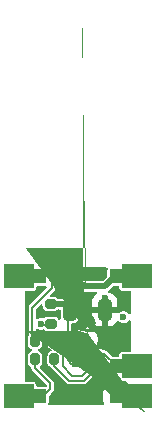
<source format=gbr>
%TF.GenerationSoftware,KiCad,Pcbnew,9.0.1+dfsg-1*%
%TF.CreationDate,2025-05-01T11:03:34+02:00*%
%TF.ProjectId,mems-microphone,6d656d73-2d6d-4696-9372-6f70686f6e65,rev?*%
%TF.SameCoordinates,Original*%
%TF.FileFunction,Copper,L1,Top*%
%TF.FilePolarity,Positive*%
%FSLAX46Y46*%
G04 Gerber Fmt 4.6, Leading zero omitted, Abs format (unit mm)*
G04 Created by KiCad (PCBNEW 9.0.1+dfsg-1) date 2025-05-01 11:03:34*
%MOMM*%
%LPD*%
G01*
G04 APERTURE LIST*
G04 Aperture macros list*
%AMRoundRect*
0 Rectangle with rounded corners*
0 $1 Rounding radius*
0 $2 $3 $4 $5 $6 $7 $8 $9 X,Y pos of 4 corners*
0 Add a 4 corners polygon primitive as box body*
4,1,4,$2,$3,$4,$5,$6,$7,$8,$9,$2,$3,0*
0 Add four circle primitives for the rounded corners*
1,1,$1+$1,$2,$3*
1,1,$1+$1,$4,$5*
1,1,$1+$1,$6,$7*
1,1,$1+$1,$8,$9*
0 Add four rect primitives between the rounded corners*
20,1,$1+$1,$2,$3,$4,$5,0*
20,1,$1+$1,$4,$5,$6,$7,0*
20,1,$1+$1,$6,$7,$8,$9,0*
20,1,$1+$1,$8,$9,$2,$3,0*%
%AMFreePoly0*
4,1,64,0.235856,1.440014,0.383010,1.379061,0.515445,1.290571,0.628071,1.177945,0.716561,1.045510,0.777514,0.898356,0.808588,0.742139,0.808588,0.582861,0.777514,0.426644,0.716561,0.279490,0.628071,0.147055,0.515445,0.034429,0.383010,-0.054061,0.235856,-0.115014,0.079639,-0.146088,0.031751,-0.146088,0.029264,-0.147118,-0.029264,-0.147118,-0.031751,-0.146088,-0.079639,-0.146088,
-0.235856,-0.115014,-0.383010,-0.054061,-0.515445,0.034429,-0.628071,0.147055,-0.716561,0.279490,-0.777514,0.426644,-0.808588,0.582861,-0.808588,0.729972,-0.512500,0.729972,-0.512500,0.595028,-0.477574,0.464683,-0.410102,0.347818,-0.314682,0.252398,-0.197817,0.184926,-0.067472,0.150000,0.067472,0.150000,0.197817,0.184926,0.314682,0.252398,0.410102,0.347818,0.477574,0.464683,
0.512500,0.595028,0.512500,0.729972,0.477574,0.860317,0.410102,0.977182,0.314682,1.072602,0.197817,1.140074,0.067472,1.175000,-0.067472,1.175000,-0.197817,1.140074,-0.314682,1.072602,-0.410102,0.977182,-0.477574,0.860317,-0.512500,0.729972,-0.808588,0.729972,-0.808588,0.742139,-0.777514,0.898356,-0.716561,1.045510,-0.628071,1.177945,-0.515445,1.290571,-0.383010,1.379061,
-0.235856,1.440014,-0.079639,1.471088,0.079639,1.471088,0.235856,1.440014,0.235856,1.440014,$1*%
G04 Aperture macros list end*
%TA.AperFunction,SMDPad,CuDef*%
%ADD10R,0.725000X0.522000*%
%TD*%
%TA.AperFunction,SMDPad,CuDef*%
%ADD11FreePoly0,180.000000*%
%TD*%
%TA.AperFunction,SMDPad,CuDef*%
%ADD12RoundRect,0.200000X0.275000X-0.200000X0.275000X0.200000X-0.275000X0.200000X-0.275000X-0.200000X0*%
%TD*%
%TA.AperFunction,SMDPad,CuDef*%
%ADD13RoundRect,0.200000X-0.200000X-0.275000X0.200000X-0.275000X0.200000X0.275000X-0.200000X0.275000X0*%
%TD*%
%TA.AperFunction,SMDPad,CuDef*%
%ADD14RoundRect,0.250000X-0.325000X-0.650000X0.325000X-0.650000X0.325000X0.650000X-0.325000X0.650000X0*%
%TD*%
%TA.AperFunction,SMDPad,CuDef*%
%ADD15RoundRect,0.200000X0.200000X0.275000X-0.200000X0.275000X-0.200000X-0.275000X0.200000X-0.275000X0*%
%TD*%
%TA.AperFunction,CastellatedPad*%
%ADD16R,2.540000X2.000000*%
%TD*%
%TA.AperFunction,ComponentPad*%
%ADD17RoundRect,0.250000X-0.375000X-0.375000X0.375000X-0.375000X0.375000X0.375000X-0.375000X0.375000X0*%
%TD*%
%TA.AperFunction,ViaPad*%
%ADD18C,0.600000*%
%TD*%
%TA.AperFunction,Conductor*%
%ADD19C,0.200000*%
%TD*%
%TA.AperFunction,Conductor*%
%ADD20C,0.500000*%
%TD*%
G04 APERTURE END LIST*
D10*
%TO.P,MK1,1,DATA*%
%TO.N,Net-(MK1-DATA)*%
X63470000Y-49936500D03*
%TO.P,MK1,2,SEL*%
%TO.N,LR_SELECT*%
X63470000Y-49114500D03*
D11*
%TO.P,MK1,3,GND*%
%TO.N,GND*%
X62632500Y-47200000D03*
D10*
%TO.P,MK1,4,CLOCK*%
%TO.N,Net-(MK1-CLOCK)*%
X61795000Y-49114500D03*
%TO.P,MK1,5,VDD*%
%TO.N,VCC*%
X61795000Y-49936500D03*
%TD*%
D12*
%TO.P,R3,1*%
%TO.N,LR_SELECT*%
X59650000Y-46545000D03*
%TO.P,R3,2*%
%TO.N,VCC*%
X59650000Y-44895000D03*
%TD*%
D13*
%TO.P,R1,1*%
%TO.N,DATA*%
X58325000Y-49560000D03*
%TO.P,R1,2*%
%TO.N,Net-(MK1-DATA)*%
X59975000Y-49560000D03*
%TD*%
D14*
%TO.P,C1,1*%
%TO.N,VCC*%
X61275000Y-45380000D03*
%TO.P,C1,2*%
%TO.N,GND*%
X64225000Y-45380000D03*
%TD*%
D15*
%TO.P,R2,1*%
%TO.N,Net-(MK1-CLOCK)*%
X59985000Y-48010000D03*
%TO.P,R2,2*%
%TO.N,CLOCK*%
X58335000Y-48010000D03*
%TD*%
D16*
%TO.P,M1,1,VCC*%
%TO.N,VCC*%
X66950000Y-42545000D03*
D17*
X65250000Y-42545000D03*
D16*
%TO.P,M1,4*%
%TO.N,LR_SELECT*%
X66950000Y-50165000D03*
D17*
X65250000Y-50165000D03*
D16*
%TO.P,M1,5,GND*%
%TO.N,GND*%
X66950000Y-52705000D03*
D17*
X65250000Y-52705000D03*
%TO.P,M1,6*%
%TO.N,CLOCK*%
X58650000Y-42545000D03*
D16*
X56950000Y-42545000D03*
D17*
%TO.P,M1,10*%
%TO.N,DATA*%
X58650000Y-52705000D03*
D16*
X56950000Y-52705000D03*
%TD*%
D18*
%TO.N,*%
X65820000Y-45990000D03*
%TO.N,GND*%
X64220000Y-44360000D03*
X58700000Y-45570000D03*
X57880000Y-51100000D03*
X58220000Y-44080000D03*
X65330000Y-44010000D03*
X65240000Y-48630000D03*
X64140000Y-51140000D03*
X60500000Y-43270000D03*
X63860000Y-47200000D03*
%TO.N,LR_SELECT*%
X58840000Y-46560000D03*
%TD*%
D19*
%TO.N,DATA*%
X58325000Y-49560000D02*
X58325000Y-50295000D01*
X59630000Y-52090000D02*
X59015000Y-52705000D01*
X58325000Y-50295000D02*
X59630000Y-51600000D01*
X59015000Y-52705000D02*
X58650000Y-52705000D01*
X59630000Y-51600000D02*
X59630000Y-52090000D01*
D20*
%TO.N,VCC*%
X65250000Y-42545000D02*
X65095000Y-42545000D01*
D19*
X61100000Y-49620000D02*
X61100000Y-45555000D01*
D20*
X60790000Y-44895000D02*
X61275000Y-45380000D01*
X61275000Y-43945000D02*
X61275000Y-45380000D01*
D19*
X61100000Y-45555000D02*
X61275000Y-45380000D01*
X61416500Y-49936500D02*
X61100000Y-49620000D01*
D20*
X59650000Y-44895000D02*
X60790000Y-44895000D01*
D19*
X61795000Y-49936500D02*
X61416500Y-49936500D01*
D20*
X65095000Y-42545000D02*
X64250000Y-43390000D01*
X61830000Y-43390000D02*
X61275000Y-43945000D01*
X64250000Y-43390000D02*
X61830000Y-43390000D01*
%TO.N,GND*%
X64225000Y-45380000D02*
X64225000Y-44365000D01*
X64225000Y-44365000D02*
X64220000Y-44360000D01*
D19*
X62632500Y-47200000D02*
X63860000Y-47200000D01*
%TO.N,LR_SELECT*%
X66115000Y-49575000D02*
X67000000Y-50460000D01*
X64199500Y-49114500D02*
X65250000Y-50165000D01*
X58840000Y-46560000D02*
X58960000Y-46680000D01*
X59170000Y-46680000D02*
X59300000Y-46550000D01*
X58960000Y-46680000D02*
X59170000Y-46680000D01*
X63470000Y-49114500D02*
X64199500Y-49114500D01*
X59645000Y-46550000D02*
X59650000Y-46545000D01*
X67000000Y-50460000D02*
X66670000Y-50460000D01*
X59300000Y-46550000D02*
X59645000Y-46550000D01*
%TO.N,CLOCK*%
X58650000Y-42545000D02*
X59305000Y-42545000D01*
X59760000Y-43000000D02*
X59760000Y-43510000D01*
X58080000Y-47755000D02*
X58335000Y-48010000D01*
X59760000Y-43510000D02*
X58080000Y-45190000D01*
X59305000Y-42545000D02*
X59760000Y-43000000D01*
X58080000Y-45190000D02*
X58080000Y-47755000D01*
%TO.N,Net-(MK1-CLOCK)*%
X62280000Y-50970000D02*
X61480000Y-50970000D01*
X62204500Y-49114500D02*
X62630000Y-49540000D01*
X61795000Y-49114500D02*
X62204500Y-49114500D01*
X62630000Y-50620000D02*
X62280000Y-50970000D01*
X60675000Y-48700000D02*
X59985000Y-48010000D01*
X61480000Y-50970000D02*
X60675000Y-50165000D01*
X60675000Y-50165000D02*
X60675000Y-48700000D01*
X62630000Y-49540000D02*
X62630000Y-50620000D01*
%TO.N,Net-(MK1-DATA)*%
X62445685Y-51370000D02*
X63470000Y-50345685D01*
X59975000Y-49560000D02*
X59975000Y-50125000D01*
X61220000Y-51370000D02*
X62445685Y-51370000D01*
X63470000Y-50345685D02*
X63470000Y-49936500D01*
X59975000Y-50125000D02*
X61220000Y-51370000D01*
%TD*%
%TA.AperFunction,Conductor*%
%TO.N,GND*%
G36*
X58566500Y-46980022D02*
G01*
X58572258Y-46983347D01*
X58646808Y-47026389D01*
X58646809Y-47026389D01*
X58646814Y-47026392D01*
X58774108Y-47060500D01*
X58774110Y-47060500D01*
X58905889Y-47060500D01*
X58905892Y-47060500D01*
X59008844Y-47032914D01*
X59078690Y-47034577D01*
X59128615Y-47065008D01*
X59136652Y-47073045D01*
X59136654Y-47073046D01*
X59136658Y-47073050D01*
X59249696Y-47130646D01*
X59249698Y-47130647D01*
X59343475Y-47145499D01*
X59343481Y-47145500D01*
X59543287Y-47145499D01*
X59610325Y-47165183D01*
X59656080Y-47217987D01*
X59666024Y-47287145D01*
X59636999Y-47350701D01*
X59599582Y-47379983D01*
X59546659Y-47406949D01*
X59546652Y-47406954D01*
X59456954Y-47496652D01*
X59456951Y-47496657D01*
X59399352Y-47609698D01*
X59384500Y-47703475D01*
X59384500Y-48316517D01*
X59391585Y-48361250D01*
X59399354Y-48410304D01*
X59456950Y-48523342D01*
X59456952Y-48523344D01*
X59456954Y-48523347D01*
X59546652Y-48613045D01*
X59546656Y-48613048D01*
X59546658Y-48613050D01*
X59659696Y-48670646D01*
X59659698Y-48670646D01*
X59663152Y-48672406D01*
X59713948Y-48720381D01*
X59730743Y-48788202D01*
X59708206Y-48854336D01*
X59658019Y-48894192D01*
X59658392Y-48894924D01*
X59654779Y-48896764D01*
X59653491Y-48897788D01*
X59650953Y-48898714D01*
X59649697Y-48899353D01*
X59649696Y-48899354D01*
X59536658Y-48956950D01*
X59536657Y-48956951D01*
X59536652Y-48956954D01*
X59446954Y-49046652D01*
X59446951Y-49046657D01*
X59389352Y-49159698D01*
X59374500Y-49253475D01*
X59374500Y-49866517D01*
X59385292Y-49934657D01*
X59389354Y-49960304D01*
X59446950Y-50073342D01*
X59446952Y-50073344D01*
X59446954Y-50073347D01*
X59536652Y-50163045D01*
X59536654Y-50163046D01*
X59536658Y-50163050D01*
X59649696Y-50220646D01*
X59649698Y-50220646D01*
X59658392Y-50225076D01*
X59657278Y-50227260D01*
X59668456Y-50234904D01*
X59692947Y-50247526D01*
X59699970Y-50256455D01*
X59703386Y-50258791D01*
X59714768Y-50275266D01*
X59714771Y-50275272D01*
X59714773Y-50275274D01*
X59718069Y-50280982D01*
X59718068Y-50280982D01*
X59718071Y-50280986D01*
X59718073Y-50280989D01*
X59734540Y-50309511D01*
X60979540Y-51554511D01*
X61035489Y-51610460D01*
X61035491Y-51610461D01*
X61035495Y-51610464D01*
X61096426Y-51645642D01*
X61104011Y-51650021D01*
X61180438Y-51670500D01*
X61180440Y-51670500D01*
X62485245Y-51670500D01*
X62485247Y-51670500D01*
X62561674Y-51650021D01*
X62630196Y-51610460D01*
X62686145Y-51554511D01*
X63710460Y-50530196D01*
X63728146Y-50499562D01*
X63730475Y-50495529D01*
X63739721Y-50479513D01*
X63750021Y-50461674D01*
X63750021Y-50461671D01*
X63750988Y-50459998D01*
X63801554Y-50411782D01*
X63846229Y-50398592D01*
X63852239Y-50398000D01*
X63852248Y-50398000D01*
X63852257Y-50397998D01*
X63852259Y-50397998D01*
X63910729Y-50386368D01*
X63910729Y-50386367D01*
X63910731Y-50386367D01*
X63977052Y-50342052D01*
X64021367Y-50275731D01*
X64021367Y-50275729D01*
X64021368Y-50275729D01*
X64032999Y-50217252D01*
X64033000Y-50217250D01*
X64033000Y-49672333D01*
X64039238Y-49651087D01*
X64040818Y-49628999D01*
X64048890Y-49618215D01*
X64052685Y-49605294D01*
X64069418Y-49590794D01*
X64082690Y-49573066D01*
X64095310Y-49568358D01*
X64105489Y-49559539D01*
X64127406Y-49556387D01*
X64148154Y-49548649D01*
X64161314Y-49551511D01*
X64174647Y-49549595D01*
X64194790Y-49558794D01*
X64216427Y-49563501D01*
X64234152Y-49576769D01*
X64238203Y-49578620D01*
X64244681Y-49584652D01*
X64388181Y-49728152D01*
X64421666Y-49789475D01*
X64424500Y-49815833D01*
X64424500Y-50594269D01*
X64427353Y-50624699D01*
X64427353Y-50624701D01*
X64472206Y-50752880D01*
X64472207Y-50752882D01*
X64552850Y-50862150D01*
X64662118Y-50942793D01*
X64704845Y-50957744D01*
X64790299Y-50987646D01*
X64820730Y-50990500D01*
X64820734Y-50990500D01*
X65355500Y-50990500D01*
X65422539Y-51010185D01*
X65468294Y-51062989D01*
X65476451Y-51087169D01*
X65479500Y-51100662D01*
X65479500Y-51184748D01*
X65491133Y-51243231D01*
X65522232Y-51289773D01*
X65527302Y-51312209D01*
X65526711Y-51321511D01*
X65564886Y-51329816D01*
X65574341Y-51335540D01*
X65601769Y-51353867D01*
X65601771Y-51353867D01*
X65601772Y-51353868D01*
X65601770Y-51353868D01*
X65660247Y-51365499D01*
X65660250Y-51365500D01*
X65660252Y-51365500D01*
X65912690Y-51365500D01*
X65979729Y-51385185D01*
X66000371Y-51401819D01*
X66413181Y-51814629D01*
X66446666Y-51875952D01*
X66449500Y-51902310D01*
X66449500Y-51996966D01*
X66344742Y-52040359D01*
X66221903Y-52122437D01*
X66117894Y-52226445D01*
X65417778Y-51526329D01*
X65384293Y-51465006D01*
X65384661Y-51459858D01*
X65370053Y-51453500D01*
X65347800Y-51448846D01*
X65338630Y-51439822D01*
X65326834Y-51434688D01*
X65318670Y-51427221D01*
X65287041Y-51395592D01*
X65236647Y-51462910D01*
X65223061Y-51499335D01*
X65181189Y-51555268D01*
X65115724Y-51579684D01*
X65106880Y-51580000D01*
X64825029Y-51580000D01*
X64825012Y-51580001D01*
X64722302Y-51590494D01*
X64555878Y-51645642D01*
X64555873Y-51645644D01*
X64548651Y-51650098D01*
X64548650Y-51650099D01*
X65228551Y-52330000D01*
X65200630Y-52330000D01*
X65105255Y-52355556D01*
X65019745Y-52404925D01*
X64949925Y-52474745D01*
X64900556Y-52560255D01*
X64875000Y-52655630D01*
X64875000Y-52683551D01*
X64195099Y-52003650D01*
X64195098Y-52003651D01*
X64190644Y-52010873D01*
X64190642Y-52010877D01*
X64135494Y-52177302D01*
X64135493Y-52177309D01*
X64125000Y-52280013D01*
X64125000Y-53129971D01*
X64125001Y-53129987D01*
X64135493Y-53232695D01*
X64161606Y-53311495D01*
X64164008Y-53381324D01*
X64128277Y-53441366D01*
X64065756Y-53472559D01*
X64043900Y-53474500D01*
X59537594Y-53474500D01*
X59470555Y-53454815D01*
X59424800Y-53402011D01*
X59414856Y-53332853D01*
X59424975Y-53301740D01*
X59424724Y-53301652D01*
X59472646Y-53164701D01*
X59472646Y-53164699D01*
X59475500Y-53134269D01*
X59475500Y-52720833D01*
X59495185Y-52653794D01*
X59511819Y-52633152D01*
X59670226Y-52474745D01*
X59870460Y-52274511D01*
X59902427Y-52219142D01*
X59910021Y-52205989D01*
X59930500Y-52129562D01*
X59930500Y-51560438D01*
X59928912Y-51554511D01*
X59910022Y-51484012D01*
X59870460Y-51415489D01*
X58778362Y-50323391D01*
X58744877Y-50262068D01*
X58749861Y-50192376D01*
X58778361Y-50148030D01*
X58853050Y-50073342D01*
X58910646Y-49960304D01*
X58910646Y-49960302D01*
X58910647Y-49960301D01*
X58925499Y-49866524D01*
X58925500Y-49866519D01*
X58925499Y-49253482D01*
X58910646Y-49159696D01*
X58853050Y-49046658D01*
X58853046Y-49046654D01*
X58853045Y-49046652D01*
X58763347Y-48956954D01*
X58763344Y-48956952D01*
X58763342Y-48956950D01*
X58650304Y-48899354D01*
X58650302Y-48899353D01*
X58646847Y-48897593D01*
X58596051Y-48849618D01*
X58579256Y-48781797D01*
X58601794Y-48715662D01*
X58651980Y-48675807D01*
X58651608Y-48675076D01*
X58655216Y-48673237D01*
X58656509Y-48672211D01*
X58659052Y-48671282D01*
X58660298Y-48670646D01*
X58660304Y-48670646D01*
X58773342Y-48613050D01*
X58863050Y-48523342D01*
X58920646Y-48410304D01*
X58920646Y-48410302D01*
X58920647Y-48410301D01*
X58935499Y-48316524D01*
X58935500Y-48316519D01*
X58935499Y-47703482D01*
X58920646Y-47609696D01*
X58863050Y-47496658D01*
X58863046Y-47496654D01*
X58863045Y-47496652D01*
X58773347Y-47406954D01*
X58773344Y-47406952D01*
X58773342Y-47406950D01*
X58662948Y-47350701D01*
X58660301Y-47349352D01*
X58566524Y-47334500D01*
X58566519Y-47334500D01*
X58504500Y-47334500D01*
X58495814Y-47331949D01*
X58486853Y-47333238D01*
X58462812Y-47322259D01*
X58437461Y-47314815D01*
X58431533Y-47307974D01*
X58423297Y-47304213D01*
X58409007Y-47281978D01*
X58391706Y-47262011D01*
X58389418Y-47251496D01*
X58385523Y-47245435D01*
X58380500Y-47210500D01*
X58380500Y-47087409D01*
X58400185Y-47020370D01*
X58452989Y-46974615D01*
X58522147Y-46964671D01*
X58566500Y-46980022D01*
G37*
%TD.AperFunction*%
%TA.AperFunction,Conductor*%
G36*
X59292905Y-43380335D02*
G01*
X59325133Y-43442328D01*
X59318729Y-43511904D01*
X59291136Y-43553892D01*
X57895489Y-44949540D01*
X57839541Y-45005487D01*
X57839535Y-45005495D01*
X57799982Y-45074004D01*
X57799979Y-45074009D01*
X57786326Y-45124962D01*
X57784977Y-45130000D01*
X57779500Y-45150439D01*
X57779500Y-47520761D01*
X57765986Y-47577054D01*
X57749352Y-47609699D01*
X57734500Y-47703475D01*
X57734500Y-48316517D01*
X57741585Y-48361250D01*
X57749354Y-48410304D01*
X57806950Y-48523342D01*
X57806952Y-48523344D01*
X57806954Y-48523347D01*
X57896652Y-48613045D01*
X57896656Y-48613048D01*
X57896658Y-48613050D01*
X58009696Y-48670646D01*
X58009698Y-48670646D01*
X58013152Y-48672406D01*
X58063948Y-48720381D01*
X58080743Y-48788202D01*
X58058206Y-48854336D01*
X58008019Y-48894192D01*
X58008392Y-48894924D01*
X58004779Y-48896764D01*
X58003491Y-48897788D01*
X58000953Y-48898714D01*
X57999697Y-48899353D01*
X57999696Y-48899354D01*
X57886658Y-48956950D01*
X57886657Y-48956951D01*
X57886652Y-48956954D01*
X57796954Y-49046652D01*
X57796951Y-49046657D01*
X57739352Y-49159698D01*
X57724500Y-49253475D01*
X57724500Y-49866517D01*
X57735292Y-49934657D01*
X57739354Y-49960304D01*
X57796950Y-50073342D01*
X57796952Y-50073344D01*
X57796954Y-50073347D01*
X57886652Y-50163045D01*
X57886654Y-50163046D01*
X57886658Y-50163050D01*
X57956796Y-50198787D01*
X58007591Y-50246761D01*
X58024500Y-50309271D01*
X58024500Y-50334562D01*
X58038152Y-50385513D01*
X58044979Y-50410990D01*
X58044980Y-50410991D01*
X58071448Y-50456835D01*
X58084540Y-50479511D01*
X58084542Y-50479513D01*
X59293181Y-51688152D01*
X59307884Y-51715079D01*
X59324477Y-51740898D01*
X59325368Y-51747098D01*
X59326666Y-51749475D01*
X59329500Y-51775833D01*
X59329500Y-51784503D01*
X59309815Y-51851542D01*
X59257011Y-51897297D01*
X59187853Y-51907241D01*
X59164546Y-51901545D01*
X59109697Y-51882353D01*
X59109699Y-51882353D01*
X59079270Y-51879500D01*
X59079266Y-51879500D01*
X58544500Y-51879500D01*
X58477461Y-51859815D01*
X58431706Y-51807011D01*
X58420500Y-51755500D01*
X58420500Y-51685249D01*
X58420499Y-51685247D01*
X58408868Y-51626770D01*
X58408867Y-51626769D01*
X58364552Y-51560447D01*
X58298230Y-51516132D01*
X58298229Y-51516131D01*
X58239752Y-51504500D01*
X58239748Y-51504500D01*
X57574500Y-51504500D01*
X57507461Y-51484815D01*
X57461706Y-51432011D01*
X57450500Y-51380500D01*
X57450500Y-43869500D01*
X57470185Y-43802461D01*
X57522989Y-43756706D01*
X57574500Y-43745500D01*
X58239750Y-43745500D01*
X58239751Y-43745499D01*
X58254568Y-43742552D01*
X58298229Y-43733868D01*
X58298229Y-43733867D01*
X58298231Y-43733867D01*
X58364552Y-43689552D01*
X58408867Y-43623231D01*
X58408867Y-43623229D01*
X58408868Y-43623229D01*
X58420499Y-43564752D01*
X58420500Y-43564750D01*
X58420500Y-43494500D01*
X58440185Y-43427461D01*
X58492989Y-43381706D01*
X58544500Y-43370500D01*
X59079270Y-43370500D01*
X59103612Y-43368216D01*
X59109699Y-43367646D01*
X59162500Y-43349169D01*
X59232277Y-43345607D01*
X59292905Y-43380335D01*
G37*
%TD.AperFunction*%
%TA.AperFunction,Conductor*%
G36*
X65422539Y-43390185D02*
G01*
X65468294Y-43442989D01*
X65479500Y-43494500D01*
X65479500Y-43564752D01*
X65491131Y-43623229D01*
X65491132Y-43623230D01*
X65535447Y-43689552D01*
X65601769Y-43733867D01*
X65601770Y-43733868D01*
X65660247Y-43745499D01*
X65660250Y-43745500D01*
X65660252Y-43745500D01*
X66325500Y-43745500D01*
X66392539Y-43765185D01*
X66438294Y-43817989D01*
X66449500Y-43869500D01*
X66449500Y-45616551D01*
X66429815Y-45683590D01*
X66377011Y-45729345D01*
X66307853Y-45739289D01*
X66244297Y-45710264D01*
X66226306Y-45688476D01*
X66225448Y-45689135D01*
X66220502Y-45682689D01*
X66220500Y-45682686D01*
X66127314Y-45589500D01*
X66070250Y-45556554D01*
X66013187Y-45523608D01*
X65949539Y-45506554D01*
X65885892Y-45489500D01*
X65754108Y-45489500D01*
X65626812Y-45523608D01*
X65512686Y-45589500D01*
X65512683Y-45589502D01*
X65473774Y-45628412D01*
X65412451Y-45661897D01*
X65342759Y-45656913D01*
X65300883Y-45630000D01*
X64475000Y-45630000D01*
X64475000Y-46779999D01*
X64599972Y-46779999D01*
X64599986Y-46779998D01*
X64702697Y-46769505D01*
X64869119Y-46714358D01*
X64869124Y-46714356D01*
X65018345Y-46622315D01*
X65142315Y-46498345D01*
X65234357Y-46349122D01*
X65234867Y-46348029D01*
X65235416Y-46347404D01*
X65238149Y-46342975D01*
X65238905Y-46343441D01*
X65281037Y-46295587D01*
X65348230Y-46276432D01*
X65415112Y-46296644D01*
X65434933Y-46312747D01*
X65512686Y-46390500D01*
X65595497Y-46438311D01*
X65623746Y-46454621D01*
X65626814Y-46456392D01*
X65754108Y-46490500D01*
X65754110Y-46490500D01*
X65885890Y-46490500D01*
X65885892Y-46490500D01*
X66013186Y-46456392D01*
X66127314Y-46390500D01*
X66220500Y-46297314D01*
X66220504Y-46297306D01*
X66225448Y-46290865D01*
X66227534Y-46292466D01*
X66268674Y-46253235D01*
X66337280Y-46240009D01*
X66402147Y-46265973D01*
X66442678Y-46322885D01*
X66449500Y-46363448D01*
X66449500Y-48840500D01*
X66429815Y-48907539D01*
X66377011Y-48953294D01*
X66325500Y-48964500D01*
X65660247Y-48964500D01*
X65601770Y-48976131D01*
X65601769Y-48976132D01*
X65535447Y-49020447D01*
X65491132Y-49086769D01*
X65491131Y-49086770D01*
X65479500Y-49145247D01*
X65479500Y-49215500D01*
X65459815Y-49282539D01*
X65407011Y-49328294D01*
X65355500Y-49339500D01*
X64900833Y-49339500D01*
X64833794Y-49319815D01*
X64813152Y-49303181D01*
X64384012Y-48874041D01*
X64384004Y-48874035D01*
X64315495Y-48834482D01*
X64315490Y-48834479D01*
X64278139Y-48824471D01*
X64239062Y-48814000D01*
X64239060Y-48814000D01*
X64113526Y-48814000D01*
X64046487Y-48794315D01*
X64010424Y-48758892D01*
X63977051Y-48708946D01*
X63910730Y-48664632D01*
X63910729Y-48664631D01*
X63852252Y-48653000D01*
X63852248Y-48653000D01*
X63560029Y-48653000D01*
X63492990Y-48633315D01*
X63447235Y-48580511D01*
X63437291Y-48511353D01*
X63456927Y-48460109D01*
X63522974Y-48361261D01*
X63522980Y-48361250D01*
X63541922Y-48325813D01*
X63541925Y-48325806D01*
X63603172Y-48177943D01*
X63614832Y-48139506D01*
X63614837Y-48139485D01*
X63646061Y-47982513D01*
X63650000Y-47942523D01*
X63650000Y-47782476D01*
X63646061Y-47742486D01*
X63614837Y-47585514D01*
X63614832Y-47585493D01*
X63603172Y-47547056D01*
X63541925Y-47399193D01*
X63541922Y-47399186D01*
X63522980Y-47363749D01*
X63522974Y-47363738D01*
X63434063Y-47230673D01*
X63434060Y-47230668D01*
X63408562Y-47199599D01*
X63295400Y-47086437D01*
X63264331Y-47060939D01*
X63264326Y-47060936D01*
X63131261Y-46972025D01*
X63131250Y-46972019D01*
X63095813Y-46953077D01*
X63095806Y-46953074D01*
X62947943Y-46891827D01*
X62909506Y-46880167D01*
X62909485Y-46880162D01*
X62752513Y-46848938D01*
X62712523Y-46845000D01*
X62552477Y-46845000D01*
X62512486Y-46848938D01*
X62355514Y-46880162D01*
X62355493Y-46880167D01*
X62317056Y-46891827D01*
X62169193Y-46953074D01*
X62169186Y-46953077D01*
X62133749Y-46972019D01*
X62133738Y-46972025D01*
X62000673Y-47060936D01*
X62000668Y-47060939D01*
X61969599Y-47086437D01*
X61856437Y-47199599D01*
X61830939Y-47230668D01*
X61830936Y-47230673D01*
X61742025Y-47363738D01*
X61742019Y-47363749D01*
X61723077Y-47399186D01*
X61723074Y-47399193D01*
X61661827Y-47547056D01*
X61650167Y-47585493D01*
X61650162Y-47585514D01*
X61646117Y-47605850D01*
X61613732Y-47667761D01*
X61553016Y-47702335D01*
X61483246Y-47698594D01*
X61426575Y-47657728D01*
X61400993Y-47592709D01*
X61400500Y-47581658D01*
X61400500Y-46604500D01*
X61420185Y-46537461D01*
X61472989Y-46491706D01*
X61524500Y-46480500D01*
X61654270Y-46480500D01*
X61684699Y-46477646D01*
X61684701Y-46477646D01*
X61750501Y-46454621D01*
X61812882Y-46432793D01*
X61922150Y-46352150D01*
X62002793Y-46242882D01*
X62033037Y-46156450D01*
X62047646Y-46114701D01*
X62047646Y-46114699D01*
X62050500Y-46084269D01*
X62050500Y-46079986D01*
X63150001Y-46079986D01*
X63160494Y-46182697D01*
X63215641Y-46349119D01*
X63215643Y-46349124D01*
X63307684Y-46498345D01*
X63431654Y-46622315D01*
X63580875Y-46714356D01*
X63580880Y-46714358D01*
X63747302Y-46769505D01*
X63747309Y-46769506D01*
X63850019Y-46779999D01*
X63974999Y-46779999D01*
X63975000Y-46779998D01*
X63975000Y-45630000D01*
X63150001Y-45630000D01*
X63150001Y-46079986D01*
X62050500Y-46079986D01*
X62050500Y-44675730D01*
X62047646Y-44645300D01*
X62047646Y-44645298D01*
X62002793Y-44517119D01*
X62002792Y-44517117D01*
X61922150Y-44407850D01*
X61812882Y-44327207D01*
X61808542Y-44325688D01*
X61789553Y-44312068D01*
X61768297Y-44302361D01*
X61761693Y-44292084D01*
X61751768Y-44284966D01*
X61743157Y-44263242D01*
X61730523Y-44243583D01*
X61727767Y-44224415D01*
X61726022Y-44220013D01*
X61725500Y-44208648D01*
X61725500Y-44182965D01*
X61745185Y-44115926D01*
X61761819Y-44095284D01*
X61980284Y-43876819D01*
X62041607Y-43843334D01*
X62067965Y-43840500D01*
X63476228Y-43840500D01*
X63543267Y-43860185D01*
X63589022Y-43912989D01*
X63598966Y-43982147D01*
X63569941Y-44045703D01*
X63541325Y-44070039D01*
X63431654Y-44137684D01*
X63307684Y-44261654D01*
X63215643Y-44410875D01*
X63215641Y-44410880D01*
X63160494Y-44577302D01*
X63160493Y-44577309D01*
X63150000Y-44680013D01*
X63150000Y-45130000D01*
X65299999Y-45130000D01*
X65299999Y-44680028D01*
X65299998Y-44680013D01*
X65289505Y-44577302D01*
X65234358Y-44410880D01*
X65234356Y-44410875D01*
X65142315Y-44261654D01*
X65018345Y-44137684D01*
X64869124Y-44045643D01*
X64869119Y-44045641D01*
X64702697Y-43990494D01*
X64702690Y-43990493D01*
X64599986Y-43980000D01*
X64591863Y-43980000D01*
X64524824Y-43960315D01*
X64479069Y-43907511D01*
X64469125Y-43838353D01*
X64498150Y-43774797D01*
X64520720Y-43756161D01*
X64520165Y-43755437D01*
X64526606Y-43750493D01*
X64526614Y-43750489D01*
X64870284Y-43406819D01*
X64931607Y-43373334D01*
X64957965Y-43370500D01*
X65355500Y-43370500D01*
X65422539Y-43390185D01*
G37*
%TD.AperFunction*%
%TA.AperFunction,Conductor*%
G36*
X58893833Y-44903649D02*
G01*
X58949767Y-44945520D01*
X58974184Y-45010985D01*
X58974500Y-45019830D01*
X58974500Y-45126517D01*
X58975052Y-45130000D01*
X58989354Y-45220304D01*
X59046950Y-45333342D01*
X59046952Y-45333344D01*
X59046954Y-45333347D01*
X59136652Y-45423045D01*
X59136654Y-45423046D01*
X59136658Y-45423050D01*
X59227821Y-45469500D01*
X59249698Y-45480647D01*
X59343475Y-45495499D01*
X59343481Y-45495500D01*
X59956518Y-45495499D01*
X60050304Y-45480646D01*
X60163342Y-45423050D01*
X60204572Y-45381820D01*
X60231500Y-45367115D01*
X60257319Y-45350523D01*
X60263518Y-45349631D01*
X60265895Y-45348334D01*
X60292254Y-45345500D01*
X60375500Y-45345500D01*
X60442539Y-45365185D01*
X60488294Y-45417989D01*
X60499500Y-45469500D01*
X60499500Y-46073846D01*
X60479815Y-46140885D01*
X60427011Y-46186640D01*
X60357853Y-46196584D01*
X60294297Y-46167559D01*
X60265016Y-46130142D01*
X60257147Y-46114699D01*
X60253050Y-46106658D01*
X60253047Y-46106655D01*
X60253045Y-46106652D01*
X60163347Y-46016954D01*
X60163344Y-46016952D01*
X60163342Y-46016950D01*
X60086517Y-45977805D01*
X60050301Y-45959352D01*
X59956524Y-45944500D01*
X59343482Y-45944500D01*
X59262519Y-45957323D01*
X59249696Y-45959354D01*
X59193177Y-45988152D01*
X59136657Y-46016950D01*
X59104953Y-46048654D01*
X59043629Y-46082137D01*
X58985181Y-46080745D01*
X58949307Y-46071133D01*
X58905892Y-46059500D01*
X58774108Y-46059500D01*
X58646814Y-46093608D01*
X58646813Y-46093608D01*
X58646811Y-46093609D01*
X58646810Y-46093609D01*
X58566500Y-46139977D01*
X58498600Y-46156450D01*
X58432573Y-46133598D01*
X58389382Y-46078676D01*
X58380500Y-46032590D01*
X58380500Y-45365832D01*
X58400185Y-45298793D01*
X58416815Y-45278155D01*
X58762821Y-44932148D01*
X58824142Y-44898665D01*
X58893833Y-44903649D01*
G37*
%TD.AperFunction*%
%TA.AperFunction,Conductor*%
G36*
X64429445Y-41795185D02*
G01*
X64475200Y-41847989D01*
X64485144Y-41917147D01*
X64475024Y-41948259D01*
X64475276Y-41948348D01*
X64427353Y-42085298D01*
X64427353Y-42085300D01*
X64424500Y-42115730D01*
X64424500Y-42527035D01*
X64404815Y-42594074D01*
X64388181Y-42614716D01*
X64099716Y-42903181D01*
X64038393Y-42936666D01*
X64012035Y-42939500D01*
X61770691Y-42939500D01*
X61701944Y-42957920D01*
X61656112Y-42970201D01*
X61656107Y-42970204D01*
X61553393Y-43029505D01*
X61553385Y-43029511D01*
X60914513Y-43668383D01*
X60914509Y-43668389D01*
X60855201Y-43771112D01*
X60855200Y-43771117D01*
X60824500Y-43885691D01*
X60824500Y-44208648D01*
X60804815Y-44275687D01*
X60771349Y-44310415D01*
X60757447Y-44320093D01*
X60737118Y-44327207D01*
X60627850Y-44407850D01*
X60624104Y-44412925D01*
X60610686Y-44422267D01*
X60587573Y-44429991D01*
X60566186Y-44441668D01*
X60546217Y-44443814D01*
X60544420Y-44444415D01*
X60543292Y-44444128D01*
X60539837Y-44444500D01*
X60292254Y-44444500D01*
X60225215Y-44424815D01*
X60204572Y-44408180D01*
X60163346Y-44366953D01*
X60163344Y-44366952D01*
X60163342Y-44366950D01*
X60055631Y-44312068D01*
X60050301Y-44309352D01*
X59956524Y-44294500D01*
X59956519Y-44294500D01*
X59699832Y-44294500D01*
X59632793Y-44274815D01*
X59587038Y-44222011D01*
X59577094Y-44152853D01*
X59606119Y-44089297D01*
X59612151Y-44082819D01*
X59649329Y-44045641D01*
X60000460Y-43694511D01*
X60040022Y-43625988D01*
X60060500Y-43549562D01*
X60060500Y-43470438D01*
X60060500Y-42960438D01*
X60040021Y-42884011D01*
X60040017Y-42884004D01*
X60000464Y-42815495D01*
X60000458Y-42815487D01*
X59511819Y-42326848D01*
X59478334Y-42265525D01*
X59475500Y-42239167D01*
X59475500Y-42115730D01*
X59472646Y-42085300D01*
X59472646Y-42085298D01*
X59424724Y-41948348D01*
X59426020Y-41947894D01*
X59414042Y-41888966D01*
X59439351Y-41823841D01*
X59495851Y-41782737D01*
X59537594Y-41775500D01*
X64362406Y-41775500D01*
X64429445Y-41795185D01*
G37*
%TD.AperFunction*%
%TD*%
M02*

</source>
